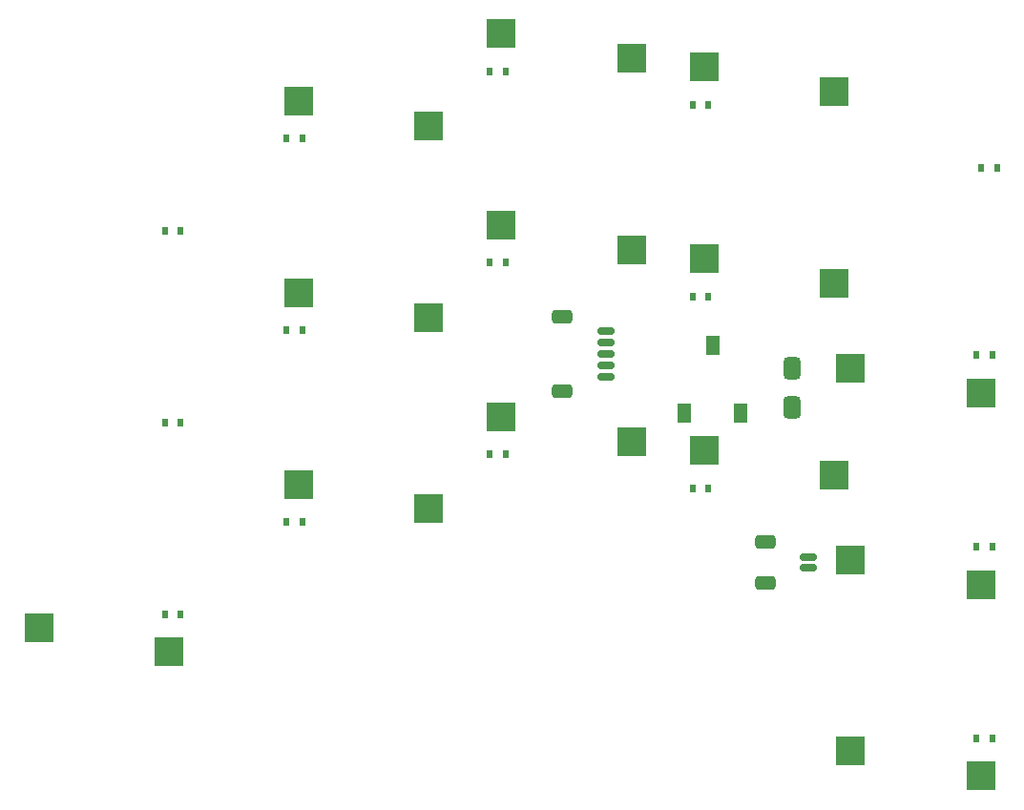
<source format=gbr>
%TF.GenerationSoftware,KiCad,Pcbnew,7.0.6-0*%
%TF.CreationDate,2023-08-01T13:26:10+08:00*%
%TF.ProjectId,right,72696768-742e-46b6-9963-61645f706362,v1.0.0*%
%TF.SameCoordinates,Original*%
%TF.FileFunction,Paste,Bot*%
%TF.FilePolarity,Positive*%
%FSLAX46Y46*%
G04 Gerber Fmt 4.6, Leading zero omitted, Abs format (unit mm)*
G04 Created by KiCad (PCBNEW 7.0.6-0) date 2023-08-01 13:26:10*
%MOMM*%
%LPD*%
G01*
G04 APERTURE LIST*
G04 Aperture macros list*
%AMRoundRect*
0 Rectangle with rounded corners*
0 $1 Rounding radius*
0 $2 $3 $4 $5 $6 $7 $8 $9 X,Y pos of 4 corners*
0 Add a 4 corners polygon primitive as box body*
4,1,4,$2,$3,$4,$5,$6,$7,$8,$9,$2,$3,0*
0 Add four circle primitives for the rounded corners*
1,1,$1+$1,$2,$3*
1,1,$1+$1,$4,$5*
1,1,$1+$1,$6,$7*
1,1,$1+$1,$8,$9*
0 Add four rect primitives between the rounded corners*
20,1,$1+$1,$2,$3,$4,$5,0*
20,1,$1+$1,$4,$5,$6,$7,0*
20,1,$1+$1,$6,$7,$8,$9,0*
20,1,$1+$1,$8,$9,$2,$3,0*%
G04 Aperture macros list end*
%ADD10R,0.600000X0.700000*%
%ADD11R,1.200000X1.800000*%
%ADD12RoundRect,0.381000X0.381000X-0.619000X0.381000X0.619000X-0.381000X0.619000X-0.381000X-0.619000X0*%
%ADD13RoundRect,0.378000X0.378000X-0.622000X0.378000X0.622000X-0.378000X0.622000X-0.378000X-0.622000X0*%
%ADD14RoundRect,0.150000X0.625000X-0.150000X0.625000X0.150000X-0.625000X0.150000X-0.625000X-0.150000X0*%
%ADD15RoundRect,0.250000X0.650000X-0.350000X0.650000X0.350000X-0.650000X0.350000X-0.650000X-0.350000X0*%
%ADD16R,2.600000X2.600000*%
G04 APERTURE END LIST*
D10*
%TO.C,D1*%
X2900000Y31400000D03*
X4300000Y31400000D03*
%TD*%
%TO.C,D2*%
X2900000Y14400000D03*
X4300000Y14400000D03*
%TD*%
%TO.C,D3*%
X76700000Y37000000D03*
X75300000Y37000000D03*
%TD*%
D11*
%TO.C,SS1*%
X54000000Y15250000D03*
X51500000Y21250000D03*
X49000000Y15250000D03*
%TD*%
D12*
%TO.C,SB1*%
X58500000Y15750000D03*
D13*
X58500000Y19250000D03*
%TD*%
D14*
%TO.C,JB1*%
X60000000Y2500000D03*
X60000000Y1500000D03*
D15*
X56125000Y3800000D03*
X56125000Y200000D03*
%TD*%
D14*
%TO.C,JC1*%
X42000000Y22500000D03*
X42000000Y21500000D03*
X42000000Y20500000D03*
X42000000Y19500000D03*
X42000000Y18500000D03*
D15*
X38125000Y17200000D03*
X38125000Y23800000D03*
%TD*%
D16*
%TO.C,S3*%
X75275000Y17050000D03*
X63725000Y19250000D03*
%TD*%
D10*
%TO.C,D4*%
X74900000Y20400000D03*
X76300000Y20400000D03*
%TD*%
D16*
%TO.C,S4*%
X75275000Y50000D03*
X63725000Y2250000D03*
%TD*%
D10*
%TO.C,D5*%
X74900000Y3400000D03*
X76300000Y3400000D03*
%TD*%
D16*
%TO.C,S5*%
X75275000Y-16950000D03*
X63725000Y-14750000D03*
%TD*%
D10*
%TO.C,D6*%
X74900000Y-13600000D03*
X76300000Y-13600000D03*
%TD*%
D16*
%TO.C,S6*%
X50725000Y45950000D03*
X62275000Y43750000D03*
%TD*%
D10*
%TO.C,D7*%
X51100000Y42600000D03*
X49700000Y42600000D03*
%TD*%
D16*
%TO.C,S7*%
X50725000Y28950000D03*
X62275000Y26750000D03*
%TD*%
D10*
%TO.C,D8*%
X51100000Y25600000D03*
X49700000Y25600000D03*
%TD*%
D16*
%TO.C,S8*%
X50725000Y11950000D03*
X62275000Y9750000D03*
%TD*%
D10*
%TO.C,D9*%
X51100000Y8600000D03*
X49700000Y8600000D03*
%TD*%
D16*
%TO.C,S9*%
X32725000Y48950000D03*
X44275000Y46750000D03*
%TD*%
D10*
%TO.C,D10*%
X33100000Y45600000D03*
X31700000Y45600000D03*
%TD*%
D16*
%TO.C,S10*%
X32725000Y31950000D03*
X44275000Y29750000D03*
%TD*%
D10*
%TO.C,D11*%
X33100000Y28600000D03*
X31700000Y28600000D03*
%TD*%
D16*
%TO.C,S11*%
X32725000Y14950000D03*
X44275000Y12750000D03*
%TD*%
D10*
%TO.C,D12*%
X33100000Y11600000D03*
X31700000Y11600000D03*
%TD*%
D16*
%TO.C,S12*%
X14725000Y42950000D03*
X26275000Y40750000D03*
%TD*%
D10*
%TO.C,D13*%
X15100000Y39600000D03*
X13700000Y39600000D03*
%TD*%
D16*
%TO.C,S13*%
X14725000Y25950000D03*
X26275000Y23750000D03*
%TD*%
D10*
%TO.C,D14*%
X15100000Y22600000D03*
X13700000Y22600000D03*
%TD*%
D16*
%TO.C,S14*%
X14725000Y8950000D03*
X26275000Y6750000D03*
%TD*%
D10*
%TO.C,D15*%
X15100000Y5600000D03*
X13700000Y5600000D03*
%TD*%
D16*
%TO.C,S15*%
X3275000Y-5950000D03*
X-8275000Y-3750000D03*
%TD*%
D10*
%TO.C,D16*%
X2900000Y-2600000D03*
X4300000Y-2600000D03*
%TD*%
M02*

</source>
